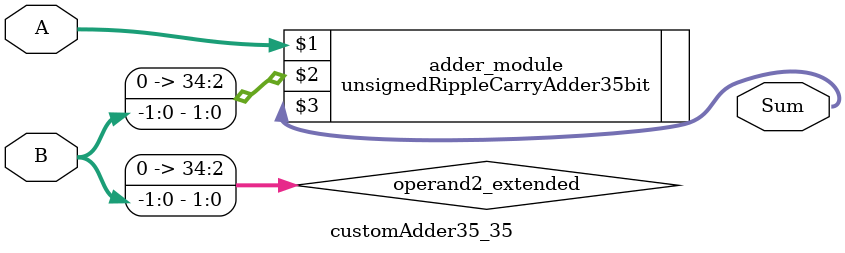
<source format=v>
module customAdder35_35(
                        input [34 : 0] A,
                        input [-1 : 0] B,
                        
                        output [35 : 0] Sum
                );

        wire [34 : 0] operand2_extended;
        
        assign operand2_extended =  {35'b0, B};
        
        unsignedRippleCarryAdder35bit adder_module(
            A,
            operand2_extended,
            Sum
        );
        
        endmodule
        
</source>
